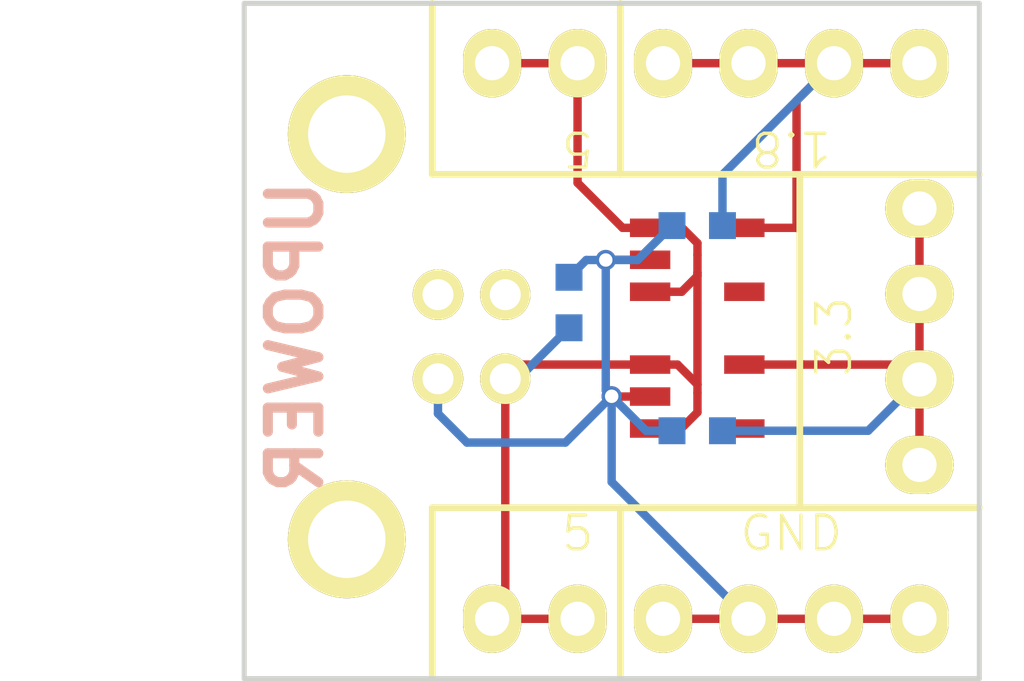
<source format=kicad_pcb>
(kicad_pcb (version 4) (host pcbnew 4.0.2+dfsg1-stable)

  (general
    (links 0)
    (no_connects 0)
    (area 0 0 0 0)
    (thickness 1.6)
    (drawings 20)
    (tracks 67)
    (zones 0)
    (modules 9)
    (nets 1)
  )

  (page A4)
  (layers
    (0 F.Cu signal)
    (31 B.Cu signal)
    (32 B.Adhes user)
    (33 F.Adhes user)
    (34 B.Paste user)
    (35 F.Paste user)
    (36 B.SilkS user)
    (37 F.SilkS user)
    (38 B.Mask user)
    (39 F.Mask user)
    (40 Dwgs.User user)
    (41 Cmts.User user)
    (42 Eco1.User user)
    (43 Eco2.User user)
    (44 Edge.Cuts user)
    (45 Margin user)
    (46 B.CrtYd user)
    (47 F.CrtYd user)
    (48 B.Fab user)
    (49 F.Fab user)
  )

  (setup
    (last_trace_width 0.25)
    (trace_clearance 0.2)
    (zone_clearance 0.508)
    (zone_45_only no)
    (trace_min 0.2)
    (segment_width 0.2)
    (edge_width 0.15)
    (via_size 0.6)
    (via_drill 0.4)
    (via_min_size 0.4)
    (via_min_drill 0.3)
    (uvia_size 0.3)
    (uvia_drill 0.1)
    (uvias_allowed no)
    (uvia_min_size 0.2)
    (uvia_min_drill 0.1)
    (pcb_text_width 0.3)
    (pcb_text_size 1.5 1.5)
    (mod_edge_width 0.15)
    (mod_text_size 1 1)
    (mod_text_width 0.15)
    (pad_size 2.032 1.7272)
    (pad_drill 1.016)
    (pad_to_mask_clearance 0.2)
    (aux_axis_origin 0 0)
    (visible_elements FFFFFF7F)
    (pcbplotparams
      (layerselection 0x00030_80000001)
      (usegerberextensions false)
      (excludeedgelayer true)
      (linewidth 0.100000)
      (plotframeref false)
      (viasonmask false)
      (mode 1)
      (useauxorigin false)
      (hpglpennumber 1)
      (hpglpenspeed 20)
      (hpglpendiameter 15)
      (hpglpenoverlay 2)
      (psnegative false)
      (psa4output false)
      (plotreference true)
      (plotvalue true)
      (plotinvisibletext false)
      (padsonsilk false)
      (subtractmaskfromsilk false)
      (outputformat 1)
      (mirror false)
      (drillshape 1)
      (scaleselection 1)
      (outputdirectory ""))
  )

  (net 0 "")

  (net_class Default "This is the default net class."
    (clearance 0.2)
    (trace_width 0.25)
    (via_dia 0.6)
    (via_drill 0.4)
    (uvia_dia 0.3)
    (uvia_drill 0.1)
  )

  (module 00_my_modules:UE27-BC54-130 (layer F.Cu) (tedit 0) (tstamp 5AE08702)
    (at 120.904 93.98 270)
    (descr UE27-BC54-130)
    (tags usb)
    (fp_text reference "" (at 0 -1 270) (layer F.SilkS)
      (effects (font (size 0.5 0.5) (thickness 0.01)))
    )
    (fp_text value "" (at 0 1 270) (layer F.Fab)
      (effects (font (size 0.5 0.5) (thickness 0.01)))
    )
    (fp_text user USB (at 0 0 270) (layer F.Fab)
      (effects (font (size 1 1) (thickness 0.15)))
    )
    (fp_line (start -6.02 10.28) (end -6.02 -6.22) (layer F.CrtYd) (width 0.05))
    (fp_line (start 6.02 10.28) (end 6.02 -6.22) (layer F.CrtYd) (width 0.05))
    (fp_line (start -6.02 -6.22) (end 6.02 -6.22) (layer F.CrtYd) (width 0.05))
    (fp_line (start -6.02 10.28) (end 6.02 10.28) (layer F.CrtYd) (width 0.05))
    (pad V thru_hole circle (at 1.25 -4.71 270) (size 1.5 1.5) (drill 0.92) (layers *.Cu *.Mask F.SilkS))
    (pad - thru_hole circle (at -1.25 -4.71 270) (size 1.5 1.5) (drill 0.92) (layers *.Cu *.Mask F.SilkS))
    (pad + thru_hole circle (at -1.25 -2.71 270) (size 1.5 1.5) (drill 0.92) (layers *.Cu *.Mask F.SilkS))
    (pad G thru_hole circle (at 1.25 -2.71 270) (size 1.5 1.5) (drill 0.92) (layers *.Cu *.Mask F.SilkS))
    (pad X thru_hole circle (at 6.02 0 270) (size 3.5 3.5) (drill 2.3) (layers *.Cu *.Mask F.SilkS))
    (pad X thru_hole circle (at -6.02 0 270) (size 3.5 3.5) (drill 2.3) (layers *.Cu *.Mask F.SilkS))
  )

  (module 00_my_modules:AP2112 (layer F.Cu) (tedit 58CE4E80) (tstamp 5AE0890D)
    (at 131.318 91.694)
    (descr SOT25)
    (tags SOT25)
    (attr smd)
    (fp_text reference "" (at 0 -2.5) (layer F.SilkS)
      (effects (font (size 1 1) (thickness 0.15)))
    )
    (fp_text value "" (at 0 2.05) (layer F.Fab)
      (effects (font (size 0.5 0.5) (thickness 0.01)))
    )
    (fp_text user SOT25 (at 0 0 90) (layer F.Fab)
      (effects (font (size 0.5 0.5) (thickness 0.01)))
    )
    (fp_line (start -0.8 -1.5) (end 0.8 -1.5) (layer F.Fab) (width 0.01))
    (fp_line (start -0.8 1.5) (end 0.8 1.5) (layer F.Fab) (width 0.01))
    (fp_line (start -0.8 -1.5) (end -0.8 1.5) (layer F.Fab) (width 0.01))
    (fp_line (start 0.8 -1.5) (end 0.8 1.5) (layer F.Fab) (width 0.01))
    (fp_line (start -0.8 -1.5) (end -0.8 1.5) (layer F.Fab) (width 0.01))
    (fp_line (start 0.8 -1.5) (end 0.8 1.5) (layer F.Fab) (width 0.01))
    (fp_line (start -2.3 -1.7) (end 2.3 -1.7) (layer F.CrtYd) (width 0.01))
    (fp_line (start -2.3 -1.7) (end -2.3 1.7) (layer F.CrtYd) (width 0.01))
    (fp_line (start 2.3 1.7) (end 2.3 -1.7) (layer F.CrtYd) (width 0.01))
    (fp_line (start 2.3 1.7) (end -2.3 1.7) (layer F.CrtYd) (width 0.01))
    (pad VIN smd rect (at -1.4 -0.95) (size 1.2 0.55) (layers F.Cu F.Paste F.Mask))
    (pad GND smd rect (at -1.4 0) (size 1.2 0.55) (layers F.Cu F.Paste F.Mask))
    (pad EN smd rect (at -1.4 0.95) (size 1.2 0.55) (layers F.Cu F.Paste F.Mask))
    (pad NC smd rect (at 1.4 0.95) (size 1.2 0.55) (layers F.Cu F.Paste F.Mask))
    (pad VOUT smd rect (at 1.4 -0.95) (size 1.2 0.55) (layers F.Cu F.Paste F.Mask))
  )

  (module 00_my_modules:AP2112 (layer F.Cu) (tedit 58CE4E80) (tstamp 5AE08934)
    (at 131.318 95.758)
    (descr SOT25)
    (tags SOT25)
    (attr smd)
    (fp_text reference "" (at 0 -2.5) (layer F.SilkS)
      (effects (font (size 1 1) (thickness 0.15)))
    )
    (fp_text value "" (at 0 2.05) (layer F.Fab)
      (effects (font (size 0.5 0.5) (thickness 0.01)))
    )
    (fp_text user SOT25 (at 0 0 90) (layer F.Fab)
      (effects (font (size 0.5 0.5) (thickness 0.01)))
    )
    (fp_line (start -0.8 -1.5) (end 0.8 -1.5) (layer F.Fab) (width 0.01))
    (fp_line (start -0.8 1.5) (end 0.8 1.5) (layer F.Fab) (width 0.01))
    (fp_line (start -0.8 -1.5) (end -0.8 1.5) (layer F.Fab) (width 0.01))
    (fp_line (start 0.8 -1.5) (end 0.8 1.5) (layer F.Fab) (width 0.01))
    (fp_line (start -0.8 -1.5) (end -0.8 1.5) (layer F.Fab) (width 0.01))
    (fp_line (start 0.8 -1.5) (end 0.8 1.5) (layer F.Fab) (width 0.01))
    (fp_line (start -2.3 -1.7) (end 2.3 -1.7) (layer F.CrtYd) (width 0.01))
    (fp_line (start -2.3 -1.7) (end -2.3 1.7) (layer F.CrtYd) (width 0.01))
    (fp_line (start 2.3 1.7) (end 2.3 -1.7) (layer F.CrtYd) (width 0.01))
    (fp_line (start 2.3 1.7) (end -2.3 1.7) (layer F.CrtYd) (width 0.01))
    (pad VIN smd rect (at -1.4 -0.95) (size 1.2 0.55) (layers F.Cu F.Paste F.Mask))
    (pad GND smd rect (at -1.4 0) (size 1.2 0.55) (layers F.Cu F.Paste F.Mask))
    (pad EN smd rect (at -1.4 0.95) (size 1.2 0.55) (layers F.Cu F.Paste F.Mask))
    (pad NC smd rect (at 1.4 0.95) (size 1.2 0.55) (layers F.Cu F.Paste F.Mask))
    (pad VOUT smd rect (at 1.4 -0.95) (size 1.2 0.55) (layers F.Cu F.Paste F.Mask))
  )

  (module 00_my_modules:R_0603 (layer B.Cu) (tedit 5415CC62) (tstamp 5AE08E16)
    (at 127.508 92.964 90)
    (descr R0603)
    (tags "resistor capacitor led 0603")
    (attr smd)
    (fp_text reference "" (at 0 0.6 90) (layer B.SilkS)
      (effects (font (size 0.1 0.1) (thickness 0.01)) (justify mirror))
    )
    (fp_text value "" (at 0 -0.6 90) (layer B.Fab)
      (effects (font (size 0.1 0.1) (thickness 0.01)) (justify mirror))
    )
    (fp_line (start -1.2 0.45) (end 1.2 0.45) (layer B.CrtYd) (width 0.01))
    (fp_line (start -1.2 -0.45) (end 1.2 -0.45) (layer B.CrtYd) (width 0.01))
    (fp_line (start -1.2 0.45) (end -1.2 -0.45) (layer B.CrtYd) (width 0.01))
    (fp_line (start 1.2 0.45) (end 1.2 -0.45) (layer B.CrtYd) (width 0.01))
    (pad 1 smd rect (at -0.75 0 90) (size 0.8 0.8) (layers B.Cu B.Paste B.Mask))
    (pad 2 smd rect (at 0.75 0 90) (size 0.8 0.8) (layers B.Cu B.Paste B.Mask))
  )

  (module 00_my_modules:R_0603 (layer B.Cu) (tedit 5415CC62) (tstamp 5AE08E34)
    (at 131.318 90.678)
    (descr R0603)
    (tags "resistor capacitor led 0603")
    (attr smd)
    (fp_text reference "" (at 0 0.6) (layer B.SilkS)
      (effects (font (size 0.1 0.1) (thickness 0.01)) (justify mirror))
    )
    (fp_text value "" (at 0 -0.6) (layer B.Fab)
      (effects (font (size 0.1 0.1) (thickness 0.01)) (justify mirror))
    )
    (fp_line (start -1.2 0.45) (end 1.2 0.45) (layer B.CrtYd) (width 0.01))
    (fp_line (start -1.2 -0.45) (end 1.2 -0.45) (layer B.CrtYd) (width 0.01))
    (fp_line (start -1.2 0.45) (end -1.2 -0.45) (layer B.CrtYd) (width 0.01))
    (fp_line (start 1.2 0.45) (end 1.2 -0.45) (layer B.CrtYd) (width 0.01))
    (pad 1 smd rect (at -0.75 0) (size 0.8 0.8) (layers B.Cu B.Paste B.Mask))
    (pad 2 smd rect (at 0.75 0) (size 0.8 0.8) (layers B.Cu B.Paste B.Mask))
  )

  (module 00_my_modules:R_0603 (layer B.Cu) (tedit 5415CC62) (tstamp 5AE08E47)
    (at 131.318 96.774)
    (descr R0603)
    (tags "resistor capacitor led 0603")
    (attr smd)
    (fp_text reference "" (at 0 0.6) (layer B.SilkS)
      (effects (font (size 0.1 0.1) (thickness 0.01)) (justify mirror))
    )
    (fp_text value "" (at 0 -0.6) (layer B.Fab)
      (effects (font (size 0.1 0.1) (thickness 0.01)) (justify mirror))
    )
    (fp_line (start -1.2 0.45) (end 1.2 0.45) (layer B.CrtYd) (width 0.01))
    (fp_line (start -1.2 -0.45) (end 1.2 -0.45) (layer B.CrtYd) (width 0.01))
    (fp_line (start -1.2 0.45) (end -1.2 -0.45) (layer B.CrtYd) (width 0.01))
    (fp_line (start 1.2 0.45) (end 1.2 -0.45) (layer B.CrtYd) (width 0.01))
    (pad 1 smd rect (at -0.75 0) (size 0.8 0.8) (layers B.Cu B.Paste B.Mask))
    (pad 2 smd rect (at 0.75 0) (size 0.8 0.8) (layers B.Cu B.Paste B.Mask))
  )

  (module 00_my_modules:Pin_Header_Straight_1x06 (layer F.Cu) (tedit 0) (tstamp 5AE09063)
    (at 137.922 85.852 270)
    (descr "Through hole pin header")
    (tags "pin header")
    (fp_text reference "" (at 0 -2.4 270) (layer F.SilkS)
      (effects (font (size 0.5 0.5) (thickness 0.01)))
    )
    (fp_text value "" (at 0 -3.1 270) (layer F.Fab)
      (effects (font (size 0.5 0.5) (thickness 0.01)))
    )
    (fp_line (start -1.75 -1.75) (end -1.75 14.48) (layer F.CrtYd) (width 0.05))
    (fp_line (start 1.75 -1.75) (end 1.75 14.48) (layer F.CrtYd) (width 0.05))
    (fp_line (start -1.75 -1.75) (end 1.75 -1.75) (layer F.CrtYd) (width 0.05))
    (fp_line (start -1.75 14.48) (end 1.75 14.48) (layer F.CrtYd) (width 0.05))
    (pad 1 thru_hole oval (at 0 0 270) (size 2.032 1.7272) (drill 1.016) (layers *.Cu *.Mask F.SilkS))
    (pad 2 thru_hole oval (at 0 2.54 270) (size 2.032 1.7272) (drill 1.016) (layers *.Cu *.Mask F.SilkS))
    (pad 3 thru_hole oval (at 0 5.08 270) (size 2.032 1.7272) (drill 1.016) (layers *.Cu *.Mask F.SilkS))
    (pad 4 thru_hole oval (at 0 7.62 270) (size 2.032 1.7272) (drill 1.016) (layers *.Cu *.Mask F.SilkS))
    (pad 5 thru_hole oval (at 0 10.16 270) (size 2.032 1.7272) (drill 1.016) (layers *.Cu *.Mask F.SilkS))
    (pad 6 thru_hole oval (at 0 12.7 270) (size 2.032 1.7272) (drill 1.016) (layers *.Cu *.Mask F.SilkS))
  )

  (module 00_my_modules:Pin_Header_Straight_1x06 (layer F.Cu) (tedit 0) (tstamp 5AE0907E)
    (at 137.922 102.362 270)
    (descr "Through hole pin header")
    (tags "pin header")
    (fp_text reference "" (at 0 -2.4 270) (layer F.SilkS)
      (effects (font (size 0.5 0.5) (thickness 0.01)))
    )
    (fp_text value "" (at 0 -3.1 270) (layer F.Fab)
      (effects (font (size 0.5 0.5) (thickness 0.01)))
    )
    (fp_line (start -1.75 -1.75) (end -1.75 14.48) (layer F.CrtYd) (width 0.05))
    (fp_line (start 1.75 -1.75) (end 1.75 14.48) (layer F.CrtYd) (width 0.05))
    (fp_line (start -1.75 -1.75) (end 1.75 -1.75) (layer F.CrtYd) (width 0.05))
    (fp_line (start -1.75 14.48) (end 1.75 14.48) (layer F.CrtYd) (width 0.05))
    (pad 1 thru_hole oval (at 0 0 270) (size 2.032 1.7272) (drill 1.016) (layers *.Cu *.Mask F.SilkS))
    (pad 2 thru_hole oval (at 0 2.54 270) (size 2.032 1.7272) (drill 1.016) (layers *.Cu *.Mask F.SilkS))
    (pad 3 thru_hole oval (at 0 5.08 270) (size 2.032 1.7272) (drill 1.016) (layers *.Cu *.Mask F.SilkS))
    (pad 4 thru_hole oval (at 0 7.62 270) (size 2.032 1.7272) (drill 1.016) (layers *.Cu *.Mask F.SilkS))
    (pad 5 thru_hole oval (at 0 10.16 270) (size 2.032 1.7272) (drill 1.016) (layers *.Cu *.Mask F.SilkS))
    (pad 6 thru_hole oval (at 0 12.7 270) (size 2.032 1.7272) (drill 1.016) (layers *.Cu *.Mask F.SilkS))
  )

  (module 00_my_modules:Pin_Header_Straight_1x04 (layer F.Cu) (tedit 5AE08ADF) (tstamp 5AE0909D)
    (at 137.922 90.17)
    (descr "Through hole pin header")
    (tags "pin header")
    (fp_text reference "" (at 0 -2.4) (layer F.SilkS)
      (effects (font (size 0.5 0.5) (thickness 0.01)))
    )
    (fp_text value "" (at 0 -3.1) (layer F.Fab)
      (effects (font (size 0.5 0.5) (thickness 0.01)))
    )
    (fp_line (start -1.75 -1.75) (end -1.75 9.04) (layer F.CrtYd) (width 0.05))
    (fp_line (start 1.75 -1.75) (end 1.75 9.04) (layer F.CrtYd) (width 0.05))
    (fp_line (start -1.75 -1.75) (end 1.75 -1.75) (layer F.CrtYd) (width 0.05))
    (fp_line (start -1.75 9.04) (end 1.75 9.04) (layer F.CrtYd) (width 0.05))
    (pad 1 thru_hole oval (at 0 0) (size 2.032 1.7272) (drill 1.016) (layers *.Cu *.Mask F.SilkS))
    (pad 2 thru_hole oval (at 0 2.54) (size 2.032 1.7272) (drill 1.016) (layers *.Cu *.Mask F.SilkS))
    (pad 3 thru_hole oval (at 0 5.08) (size 2.032 1.7272) (drill 1.016) (layers *.Cu *.Mask F.SilkS))
    (pad 4 thru_hole oval (at 0 7.62) (size 2.032 1.7272) (drill 1.016) (layers *.Cu *.Mask F.SilkS))
  )

  (gr_line (start 117.856 84.074) (end 139.7 84.074) (angle 90) (layer Edge.Cuts) (width 0.15))
  (gr_line (start 117.856 104.14) (end 117.856 84.074) (angle 90) (layer Edge.Cuts) (width 0.15))
  (gr_line (start 139.7 104.14) (end 117.856 104.14) (angle 90) (layer Edge.Cuts) (width 0.15))
  (gr_line (start 139.7 84.074) (end 139.7 104.14) (angle 90) (layer Edge.Cuts) (width 0.15))
  (gr_line (start 123.444 89.154) (end 123.444 84.074) (angle 90) (layer F.SilkS) (width 0.2))
  (gr_line (start 129.032 89.154) (end 123.444 89.154) (angle 90) (layer F.SilkS) (width 0.2))
  (gr_line (start 123.444 99.06) (end 123.444 104.14) (angle 90) (layer F.SilkS) (width 0.2))
  (gr_line (start 129.032 99.06) (end 123.444 99.06) (angle 90) (layer F.SilkS) (width 0.2))
  (gr_text 5 (at 127.762 99.822) (layer F.SilkS)
    (effects (font (size 1 1) (thickness 0.1)))
  )
  (gr_text 5 (at 127.762 88.392 180) (layer F.SilkS)
    (effects (font (size 1 1) (thickness 0.1)))
  )
  (gr_line (start 134.366 99.06) (end 134.366 89.154) (angle 90) (layer F.SilkS) (width 0.2))
  (gr_line (start 129.032 84.328) (end 129.032 84.074) (angle 90) (layer F.SilkS) (width 0.2))
  (gr_line (start 129.032 89.154) (end 139.7 89.154) (angle 90) (layer F.SilkS) (width 0.2))
  (gr_line (start 129.032 84.328) (end 129.032 89.154) (angle 90) (layer F.SilkS) (width 0.2))
  (gr_line (start 129.032 99.06) (end 139.7 99.06) (angle 90) (layer F.SilkS) (width 0.2))
  (gr_line (start 129.032 104.14) (end 129.032 99.06) (angle 90) (layer F.SilkS) (width 0.2))
  (gr_text UPOWER (at 119.38 93.98 90) (layer B.SilkS)
    (effects (font (size 1.5 1.5) (thickness 0.3)) (justify mirror))
  )
  (gr_text 1.8 (at 134.112 88.392 180) (layer F.SilkS)
    (effects (font (size 1 1) (thickness 0.1)))
  )
  (gr_text 3.3 (at 135.382 93.98 90) (layer F.SilkS)
    (effects (font (size 1 1) (thickness 0.1)))
  )
  (gr_text GND (at 134.112 99.822) (layer F.SilkS)
    (effects (font (size 1 1) (thickness 0.1)))
  )

  (segment (start 134.366 94.808) (end 137.48 94.808) (width 0.25) (layer F.Cu) (net 0) (status 800000))
  (segment (start 137.48 94.808) (end 137.922 95.25) (width 0.25) (layer F.Cu) (net 0) (tstamp 5AE09102) (status C00000))
  (segment (start 132.068 96.774) (end 136.398 96.774) (width 0.25) (layer B.Cu) (net 0) (status 400000))
  (segment (start 136.398 96.774) (end 137.922 95.25) (width 0.25) (layer B.Cu) (net 0) (tstamp 5AE090FF) (status 800000))
  (segment (start 132.068 90.678) (end 132.068 89.166) (width 0.25) (layer B.Cu) (net 0))
  (segment (start 132.068 89.166) (end 135.382 85.852) (width 0.25) (layer B.Cu) (net 0) (tstamp 5AE090F7))
  (segment (start 128.775 95.75) (end 128.775 98.295) (width 0.25) (layer B.Cu) (net 0))
  (segment (start 128.775 98.295) (end 132.842 102.362) (width 0.25) (layer B.Cu) (net 0) (tstamp 5AE090F4))
  (segment (start 134.269 90.744) (end 134.269 86.965) (width 0.25) (layer F.Cu) (net 0))
  (segment (start 134.269 86.965) (end 135.382 85.852) (width 0.25) (layer F.Cu) (net 0) (tstamp 5AE090EE))
  (segment (start 129.918 90.744) (end 129.098 90.744) (width 0.25) (layer F.Cu) (net 0))
  (segment (start 127.762 89.408) (end 127.762 85.852) (width 0.25) (layer F.Cu) (net 0) (tstamp 5AE090EB))
  (segment (start 129.098 90.744) (end 127.762 89.408) (width 0.25) (layer F.Cu) (net 0) (tstamp 5AE090EA))
  (segment (start 125.614 95.23) (end 125.614 101.97) (width 0.25) (layer F.Cu) (net 0))
  (segment (start 125.614 101.97) (end 125.222 102.362) (width 0.25) (layer F.Cu) (net 0) (tstamp 5AE090E8))
  (segment (start 125.222 85.852) (end 127.762 85.852) (width 0.25) (layer F.Cu) (net 0))
  (segment (start 130.302 85.852) (end 132.842 85.852) (width 0.25) (layer F.Cu) (net 0))
  (segment (start 132.842 85.852) (end 135.382 85.852) (width 0.25) (layer F.Cu) (net 0) (tstamp 5AE090E2))
  (segment (start 135.382 85.852) (end 137.922 85.852) (width 0.25) (layer F.Cu) (net 0) (tstamp 5AE090E3))
  (segment (start 137.922 90.17) (end 137.922 92.71) (width 0.25) (layer F.Cu) (net 0))
  (segment (start 137.922 92.71) (end 137.922 95.25) (width 0.25) (layer F.Cu) (net 0) (tstamp 5AE090D6))
  (segment (start 137.922 95.25) (end 137.922 97.79) (width 0.25) (layer F.Cu) (net 0) (tstamp 5AE090D7))
  (segment (start 130.302 102.362) (end 132.842 102.362) (width 0.25) (layer F.Cu) (net 0))
  (segment (start 132.842 102.362) (end 135.382 102.362) (width 0.25) (layer F.Cu) (net 0) (tstamp 5AE090D2))
  (segment (start 135.382 102.362) (end 137.922 102.362) (width 0.25) (layer F.Cu) (net 0) (tstamp 5AE090D3))
  (segment (start 125.222 102.362) (end 127.762 102.362) (width 0.25) (layer F.Cu) (net 0))
  (segment (start 130.568 96.774) (end 129.799 96.774) (width 0.25) (layer B.Cu) (net 0))
  (segment (start 129.799 96.774) (end 128.775 95.75) (width 0.25) (layer B.Cu) (net 0) (tstamp 5AE08E7B))
  (segment (start 128.6 91.7) (end 129.546 91.7) (width 0.25) (layer B.Cu) (net 0))
  (segment (start 129.546 91.7) (end 130.568 90.678) (width 0.25) (layer B.Cu) (net 0) (tstamp 5AE08E73))
  (segment (start 125.614 95.23) (end 125.992 95.23) (width 0.25) (layer B.Cu) (net 0))
  (segment (start 125.992 95.23) (end 127.508 93.714) (width 0.25) (layer B.Cu) (net 0) (tstamp 5AE08E71))
  (segment (start 128.6 91.7) (end 128.022 91.7) (width 0.25) (layer B.Cu) (net 0))
  (segment (start 128.022 91.7) (end 127.508 92.214) (width 0.25) (layer B.Cu) (net 0) (tstamp 5AE08E6F))
  (segment (start 132.718 90.744) (end 134.269 90.744) (width 0.25) (layer F.Cu) (net 0))
  (segment (start 134.269 90.744) (end 134.275 90.75) (width 0.25) (layer F.Cu) (net 0) (tstamp 5AE089B7))
  (segment (start 132.718 94.808) (end 134.366 94.808) (width 0.25) (layer F.Cu) (net 0))
  (segment (start 134.366 94.808) (end 134.442 94.808) (width 0.25) (layer F.Cu) (net 0) (tstamp 5AE08C30))
  (segment (start 134.442 94.808) (end 134.45 94.8) (width 0.25) (layer F.Cu) (net 0) (tstamp 5AE089B5))
  (segment (start 128.775 95.75) (end 127.4 97.125) (width 0.25) (layer B.Cu) (net 0))
  (segment (start 123.614 96.264) (end 123.614 95.23) (width 0.25) (layer B.Cu) (net 0) (tstamp 5AE089B1))
  (segment (start 124.475 97.125) (end 123.614 96.264) (width 0.25) (layer B.Cu) (net 0) (tstamp 5AE089B0))
  (segment (start 127.4 97.125) (end 124.475 97.125) (width 0.25) (layer B.Cu) (net 0) (tstamp 5AE089AF))
  (segment (start 128.6 91.7) (end 128.6 95.575) (width 0.25) (layer B.Cu) (net 0))
  (segment (start 128.606 91.694) (end 128.6 91.7) (width 0.25) (layer F.Cu) (net 0) (tstamp 5AE089A4))
  (via (at 128.6 91.7) (size 0.6) (drill 0.4) (layers F.Cu B.Cu) (net 0))
  (segment (start 129.918 91.694) (end 128.606 91.694) (width 0.25) (layer F.Cu) (net 0))
  (segment (start 128.783 95.758) (end 128.775 95.75) (width 0.25) (layer F.Cu) (net 0) (tstamp 5AE089A9))
  (via (at 128.775 95.75) (size 0.6) (drill 0.4) (layers F.Cu B.Cu) (net 0))
  (segment (start 128.783 95.758) (end 129.918 95.758) (width 0.25) (layer F.Cu) (net 0))
  (segment (start 128.6 95.575) (end 128.775 95.75) (width 0.25) (layer B.Cu) (net 0) (tstamp 5AE089AD))
  (segment (start 129.918 94.808) (end 126.036 94.808) (width 0.25) (layer F.Cu) (net 0))
  (segment (start 126.036 94.808) (end 125.614 95.23) (width 0.25) (layer F.Cu) (net 0) (tstamp 5AE089A0))
  (segment (start 131.325 92.075) (end 131.325 95.4) (width 0.25) (layer F.Cu) (net 0))
  (segment (start 129.918 92.644) (end 130.856 92.644) (width 0.25) (layer F.Cu) (net 0))
  (segment (start 130.869 90.744) (end 131.325 91.2) (width 0.25) (layer F.Cu) (net 0) (tstamp 5AE08996))
  (segment (start 131.325 91.2) (end 131.325 91.55) (width 0.25) (layer F.Cu) (net 0) (tstamp 5AE08997))
  (segment (start 130.869 90.744) (end 129.918 90.744) (width 0.25) (layer F.Cu) (net 0))
  (segment (start 131.325 92.175) (end 131.325 92.075) (width 0.25) (layer F.Cu) (net 0) (tstamp 5AE0899A))
  (segment (start 131.325 92.075) (end 131.325 91.55) (width 0.25) (layer F.Cu) (net 0) (tstamp 5AE0899C))
  (segment (start 130.856 92.644) (end 131.325 92.175) (width 0.25) (layer F.Cu) (net 0) (tstamp 5AE08999))
  (segment (start 129.918 96.708) (end 130.842 96.708) (width 0.25) (layer F.Cu) (net 0))
  (segment (start 130.842 96.708) (end 131.325 96.225) (width 0.25) (layer F.Cu) (net 0) (tstamp 5AE08993))
  (segment (start 131.325 96.225) (end 131.325 95.65) (width 0.25) (layer F.Cu) (net 0) (tstamp 5AE08994))
  (segment (start 131.325 95.4) (end 131.325 95.65) (width 0.25) (layer F.Cu) (net 0) (tstamp 5AE08991))
  (segment (start 130.733 94.808) (end 131.325 95.4) (width 0.25) (layer F.Cu) (net 0) (tstamp 5AE08990))
  (segment (start 130.733 94.808) (end 129.918 94.808) (width 0.25) (layer F.Cu) (net 0))

)

</source>
